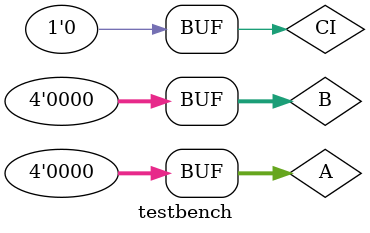
<source format=v>
`timescale 1ns / 1ps


module testbench(
    );
    reg [3:0] A,B;
    reg CI;
    wire [3:0] S;
    wire CO;
    add_4 A1(A,B,CI,S,CO);
    initial
              begin
                   A=4'd0;B=4'd0;CI=1'b0;
                   #5 A=4'd3;B=4'd4;CI=1'B0;
                   #5 A=4'd2;B=4'd5;CI=1'b1;
                   #5 A=4'd9;B=4'd9;CI=1'b1;
                   #5 A=4'd0;B=4'd0;CI=1'b0;
              end
endmodule

</source>
